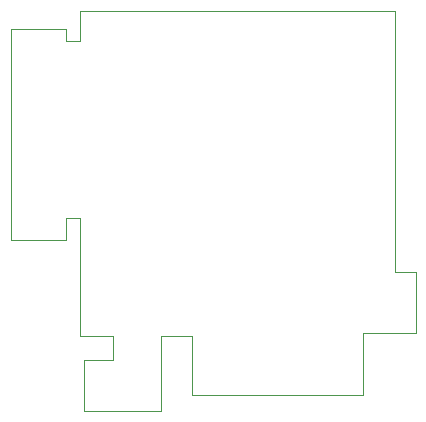
<source format=gbr>
%TF.GenerationSoftware,KiCad,Pcbnew,7.0.7*%
%TF.CreationDate,2024-01-13T12:59:25-05:00*%
%TF.ProjectId,sx7_footprints,7378375f-666f-46f7-9470-72696e74732e,rev?*%
%TF.SameCoordinates,Original*%
%TF.FileFunction,Profile,NP*%
%FSLAX46Y46*%
G04 Gerber Fmt 4.6, Leading zero omitted, Abs format (unit mm)*
G04 Created by KiCad (PCBNEW 7.0.7) date 2024-01-13 12:59:25*
%MOMM*%
%LPD*%
G01*
G04 APERTURE LIST*
%TA.AperFunction,Profile*%
%ADD10C,0.100000*%
%TD*%
G04 APERTURE END LIST*
D10*
X137668000Y-99060000D02*
X140335000Y-99060000D01*
X137668000Y-105410000D02*
X137668000Y-99060000D01*
X131191000Y-105410000D02*
X137668000Y-105410000D01*
X131191000Y-101092000D02*
X131191000Y-105410000D01*
X133604000Y-101092000D02*
X131191000Y-101092000D01*
X133604000Y-99060000D02*
X133604000Y-101092000D01*
X130810000Y-99060000D02*
X133604000Y-99060000D01*
X140335000Y-99060000D02*
X140335000Y-103759000D01*
X130810000Y-71501000D02*
X157480000Y-71501000D01*
X129667000Y-73025000D02*
X124968000Y-73025000D01*
X140335000Y-104013000D02*
X148082000Y-104013000D01*
X129667000Y-90932000D02*
X129667000Y-89027000D01*
X124968000Y-90932000D02*
X129667000Y-90932000D01*
X124968000Y-73025000D02*
X124968000Y-73279000D01*
X154813000Y-101727000D02*
X154813000Y-98806000D01*
X159258000Y-93599000D02*
X157480000Y-93599000D01*
X140335000Y-103759000D02*
X140335000Y-104013000D01*
X129667000Y-73025000D02*
X129667000Y-74041000D01*
X148082000Y-104013000D02*
X154813000Y-104013000D01*
X154813000Y-98806000D02*
X159258000Y-98806000D01*
X130810000Y-74041000D02*
X130810000Y-71501000D01*
X130810000Y-89027000D02*
X130810000Y-99060000D01*
X124968000Y-73279000D02*
X124968000Y-90932000D01*
X129667000Y-74041000D02*
X130810000Y-74041000D01*
X129667000Y-89027000D02*
X130810000Y-89027000D01*
X157480000Y-93599000D02*
X157480000Y-71501000D01*
X154813000Y-104013000D02*
X154813000Y-101727000D01*
X159258000Y-98806000D02*
X159258000Y-93599000D01*
M02*

</source>
